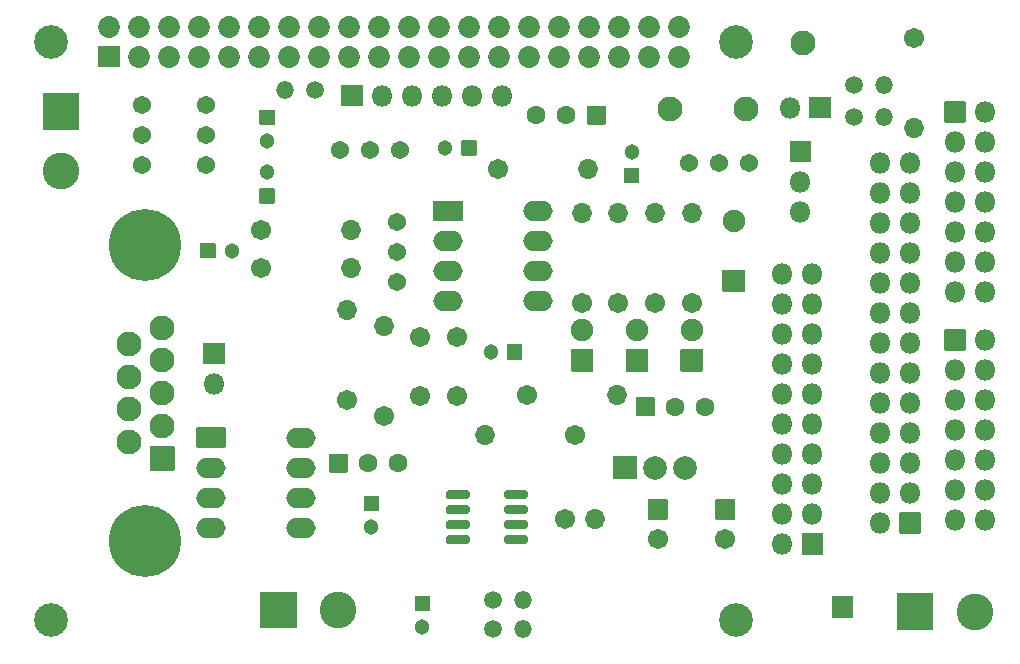
<source format=gbr>
G04 #@! TF.GenerationSoftware,KiCad,Pcbnew,(5.1.8)-1*
G04 #@! TF.CreationDate,2021-03-27T14:23:26+01:00*
G04 #@! TF.ProjectId,interface_MTM800E_V4,696e7465-7266-4616-9365-5f4d544d3830,V2*
G04 #@! TF.SameCoordinates,Original*
G04 #@! TF.FileFunction,Soldermask,Bot*
G04 #@! TF.FilePolarity,Negative*
%FSLAX46Y46*%
G04 Gerber Fmt 4.6, Leading zero omitted, Abs format (unit mm)*
G04 Created by KiCad (PCBNEW (5.1.8)-1) date 2021-03-27 14:23:26*
%MOMM*%
%LPD*%
G01*
G04 APERTURE LIST*
%ADD10O,1.802000X1.802000*%
%ADD11C,2.102000*%
%ADD12O,1.502000X1.502000*%
%ADD13C,1.502000*%
%ADD14C,1.302000*%
%ADD15O,1.702000X1.702000*%
%ADD16C,1.702000*%
%ADD17C,2.852000*%
%ADD18C,1.852000*%
%ADD19O,1.902000X1.902000*%
%ADD20C,6.102000*%
%ADD21C,1.602000*%
%ADD22C,1.542000*%
%ADD23O,2.502000X1.702000*%
%ADD24C,3.102000*%
%ADD25C,2.012000*%
%ADD26C,1.902000*%
G04 APERTURE END LIST*
D10*
X128778000Y-91948000D03*
X126238000Y-91948000D03*
X128778000Y-89408000D03*
X126238000Y-89408000D03*
X128778000Y-86868000D03*
X126238000Y-86868000D03*
X128778000Y-84328000D03*
X126238000Y-84328000D03*
X128778000Y-81788000D03*
X126238000Y-81788000D03*
X128778000Y-79248000D03*
X126238000Y-79248000D03*
X128778000Y-76708000D03*
G36*
G01*
X125337000Y-77558000D02*
X125337000Y-75858000D01*
G75*
G02*
X125388000Y-75807000I51000J0D01*
G01*
X127088000Y-75807000D01*
G75*
G02*
X127139000Y-75858000I0J-51000D01*
G01*
X127139000Y-77558000D01*
G75*
G02*
X127088000Y-77609000I-51000J0D01*
G01*
X125388000Y-77609000D01*
G75*
G02*
X125337000Y-77558000I0J51000D01*
G01*
G37*
X128778000Y-72644000D03*
X126238000Y-72644000D03*
X128778000Y-70104000D03*
X126238000Y-70104000D03*
X128778000Y-67564000D03*
X126238000Y-67564000D03*
X128778000Y-65024000D03*
X126238000Y-65024000D03*
X128778000Y-62484000D03*
X126238000Y-62484000D03*
X128778000Y-59944000D03*
X126238000Y-59944000D03*
X128778000Y-57404000D03*
G36*
G01*
X125337000Y-58254000D02*
X125337000Y-56554000D01*
G75*
G02*
X125388000Y-56503000I51000J0D01*
G01*
X127088000Y-56503000D01*
G75*
G02*
X127139000Y-56554000I0J-51000D01*
G01*
X127139000Y-58254000D01*
G75*
G02*
X127088000Y-58305000I-51000J0D01*
G01*
X125388000Y-58305000D01*
G75*
G02*
X125337000Y-58254000I0J51000D01*
G01*
G37*
G36*
G01*
X115812000Y-100164000D02*
X115812000Y-98464000D01*
G75*
G02*
X115863000Y-98413000I51000J0D01*
G01*
X117563000Y-98413000D01*
G75*
G02*
X117614000Y-98464000I0J-51000D01*
G01*
X117614000Y-100164000D01*
G75*
G02*
X117563000Y-100215000I-51000J0D01*
G01*
X115863000Y-100215000D01*
G75*
G02*
X115812000Y-100164000I0J51000D01*
G01*
G37*
D11*
X108585000Y-57124600D03*
D12*
X69532500Y-55562500D03*
D13*
X72072500Y-55562500D03*
D14*
X68008500Y-62516000D03*
G36*
G01*
X68608501Y-65167000D02*
X67408499Y-65167000D01*
G75*
G02*
X67357500Y-65116001I0J50999D01*
G01*
X67357500Y-63915999D01*
G75*
G02*
X67408499Y-63865000I50999J0D01*
G01*
X68608501Y-63865000D01*
G75*
G02*
X68659500Y-63915999I0J-50999D01*
G01*
X68659500Y-65116001D01*
G75*
G02*
X68608501Y-65167000I-50999J0D01*
G01*
G37*
X68008500Y-59848500D03*
G36*
G01*
X67408499Y-57197500D02*
X68608501Y-57197500D01*
G75*
G02*
X68659500Y-57248499I0J-50999D01*
G01*
X68659500Y-58448501D01*
G75*
G02*
X68608501Y-58499500I-50999J0D01*
G01*
X67408499Y-58499500D01*
G75*
G02*
X67357500Y-58448501I0J50999D01*
G01*
X67357500Y-57248499D01*
G75*
G02*
X67408499Y-57197500I50999J0D01*
G01*
G37*
D15*
X122809000Y-58737500D03*
D16*
X122809000Y-51117500D03*
D11*
X113411000Y-51562000D03*
D15*
X77914500Y-75501500D03*
D16*
X77914500Y-83121500D03*
D15*
X74739500Y-74168000D03*
D16*
X74739500Y-81788000D03*
D17*
X107740000Y-100435000D03*
X49740000Y-100435000D03*
X107740000Y-51435000D03*
X49740000Y-51435000D03*
D18*
X102870000Y-52705000D03*
X102870000Y-50165000D03*
X100330000Y-52705000D03*
X100330000Y-50165000D03*
X97790000Y-52705000D03*
X97790000Y-50165000D03*
X95250000Y-52705000D03*
X95250000Y-50165000D03*
X92710000Y-52705000D03*
X92710000Y-50165000D03*
X85090000Y-50165000D03*
X85090000Y-52705000D03*
X80010000Y-50165000D03*
X80010000Y-52705000D03*
X77470000Y-50165000D03*
X77470000Y-52705000D03*
X74930000Y-50165000D03*
X74930000Y-52705000D03*
X72390000Y-50165000D03*
X72390000Y-52705000D03*
X69850000Y-50165000D03*
X69850000Y-52705000D03*
X67310000Y-50165000D03*
X67310000Y-52705000D03*
X64770000Y-50165000D03*
X64770000Y-52705000D03*
X62230000Y-50165000D03*
X62230000Y-52705000D03*
X59690000Y-50165000D03*
X59690000Y-52705000D03*
X57150000Y-50165000D03*
X57150000Y-52705000D03*
X54610000Y-50165000D03*
G36*
G01*
X53684000Y-53580000D02*
X53684000Y-51830000D01*
G75*
G02*
X53735000Y-51779000I51000J0D01*
G01*
X55485000Y-51779000D01*
G75*
G02*
X55536000Y-51830000I0J-51000D01*
G01*
X55536000Y-53580000D01*
G75*
G02*
X55485000Y-53631000I-51000J0D01*
G01*
X53735000Y-53631000D01*
G75*
G02*
X53684000Y-53580000I0J51000D01*
G01*
G37*
X82550000Y-52705000D03*
X82550000Y-50165000D03*
X90170000Y-50165000D03*
X90170000Y-52705000D03*
X87630000Y-50165000D03*
X87630000Y-52705000D03*
D14*
X64992000Y-69151500D03*
G36*
G01*
X62341000Y-69751501D02*
X62341000Y-68551499D01*
G75*
G02*
X62391999Y-68500500I50999J0D01*
G01*
X63592001Y-68500500D01*
G75*
G02*
X63643000Y-68551499I0J-50999D01*
G01*
X63643000Y-69751501D01*
G75*
G02*
X63592001Y-69802500I-50999J0D01*
G01*
X62391999Y-69802500D01*
G75*
G02*
X62341000Y-69751501I0J50999D01*
G01*
G37*
D15*
X100838000Y-65913000D03*
D16*
X100838000Y-73533000D03*
D12*
X89662000Y-101155500D03*
D13*
X87122000Y-101155500D03*
D12*
X89662000Y-98742500D03*
D13*
X87122000Y-98742500D03*
D12*
X120269000Y-57785000D03*
D13*
X117729000Y-57785000D03*
D12*
X120269000Y-55118000D03*
D13*
X117729000Y-55118000D03*
D19*
X107505500Y-66611500D03*
G36*
G01*
X108405500Y-72642500D02*
X106605500Y-72642500D01*
G75*
G02*
X106554500Y-72591500I0J51000D01*
G01*
X106554500Y-70791500D01*
G75*
G02*
X106605500Y-70740500I51000J0D01*
G01*
X108405500Y-70740500D01*
G75*
G02*
X108456500Y-70791500I0J-51000D01*
G01*
X108456500Y-72591500D01*
G75*
G02*
X108405500Y-72642500I-51000J0D01*
G01*
G37*
D10*
X63500000Y-80391000D03*
G36*
G01*
X62599000Y-78701000D02*
X62599000Y-77001000D01*
G75*
G02*
X62650000Y-76950000I51000J0D01*
G01*
X64350000Y-76950000D01*
G75*
G02*
X64401000Y-77001000I0J-51000D01*
G01*
X64401000Y-78701000D01*
G75*
G02*
X64350000Y-78752000I-51000J0D01*
G01*
X62650000Y-78752000D01*
G75*
G02*
X62599000Y-78701000I0J51000D01*
G01*
G37*
X113157000Y-65849500D03*
X113157000Y-63309500D03*
G36*
G01*
X112256000Y-61619500D02*
X112256000Y-59919500D01*
G75*
G02*
X112307000Y-59868500I51000J0D01*
G01*
X114007000Y-59868500D01*
G75*
G02*
X114058000Y-59919500I0J-51000D01*
G01*
X114058000Y-61619500D01*
G75*
G02*
X114007000Y-61670500I-51000J0D01*
G01*
X112307000Y-61670500D01*
G75*
G02*
X112256000Y-61619500I0J51000D01*
G01*
G37*
X112268000Y-57023000D03*
G36*
G01*
X113958000Y-56122000D02*
X115658000Y-56122000D01*
G75*
G02*
X115709000Y-56173000I0J-51000D01*
G01*
X115709000Y-57873000D01*
G75*
G02*
X115658000Y-57924000I-51000J0D01*
G01*
X113958000Y-57924000D01*
G75*
G02*
X113907000Y-57873000I0J51000D01*
G01*
X113907000Y-56173000D01*
G75*
G02*
X113958000Y-56122000I51000J0D01*
G01*
G37*
D20*
X57698500Y-93701000D03*
X57698500Y-68701000D03*
D11*
X56278500Y-77046000D03*
X56278500Y-79816000D03*
X56278500Y-82586000D03*
X56278500Y-85356000D03*
X59118500Y-75661000D03*
X59118500Y-78431000D03*
X59118500Y-81201000D03*
X59118500Y-83971000D03*
G36*
G01*
X58118500Y-85690000D02*
X60118500Y-85690000D01*
G75*
G02*
X60169500Y-85741000I0J-51000D01*
G01*
X60169500Y-87741000D01*
G75*
G02*
X60118500Y-87792000I-51000J0D01*
G01*
X58118500Y-87792000D01*
G75*
G02*
X58067500Y-87741000I0J51000D01*
G01*
X58067500Y-85741000D01*
G75*
G02*
X58118500Y-85690000I51000J0D01*
G01*
G37*
G36*
G01*
X85165000Y-89613500D02*
X85165000Y-89964500D01*
G75*
G02*
X84989500Y-90140000I-175500J0D01*
G01*
X83288500Y-90140000D01*
G75*
G02*
X83113000Y-89964500I0J175500D01*
G01*
X83113000Y-89613500D01*
G75*
G02*
X83288500Y-89438000I175500J0D01*
G01*
X84989500Y-89438000D01*
G75*
G02*
X85165000Y-89613500I0J-175500D01*
G01*
G37*
G36*
G01*
X85165000Y-90883500D02*
X85165000Y-91234500D01*
G75*
G02*
X84989500Y-91410000I-175500J0D01*
G01*
X83288500Y-91410000D01*
G75*
G02*
X83113000Y-91234500I0J175500D01*
G01*
X83113000Y-90883500D01*
G75*
G02*
X83288500Y-90708000I175500J0D01*
G01*
X84989500Y-90708000D01*
G75*
G02*
X85165000Y-90883500I0J-175500D01*
G01*
G37*
G36*
G01*
X85165000Y-92153500D02*
X85165000Y-92504500D01*
G75*
G02*
X84989500Y-92680000I-175500J0D01*
G01*
X83288500Y-92680000D01*
G75*
G02*
X83113000Y-92504500I0J175500D01*
G01*
X83113000Y-92153500D01*
G75*
G02*
X83288500Y-91978000I175500J0D01*
G01*
X84989500Y-91978000D01*
G75*
G02*
X85165000Y-92153500I0J-175500D01*
G01*
G37*
G36*
G01*
X85165000Y-93423500D02*
X85165000Y-93774500D01*
G75*
G02*
X84989500Y-93950000I-175500J0D01*
G01*
X83288500Y-93950000D01*
G75*
G02*
X83113000Y-93774500I0J175500D01*
G01*
X83113000Y-93423500D01*
G75*
G02*
X83288500Y-93248000I175500J0D01*
G01*
X84989500Y-93248000D01*
G75*
G02*
X85165000Y-93423500I0J-175500D01*
G01*
G37*
G36*
G01*
X90115000Y-93423500D02*
X90115000Y-93774500D01*
G75*
G02*
X89939500Y-93950000I-175500J0D01*
G01*
X88238500Y-93950000D01*
G75*
G02*
X88063000Y-93774500I0J175500D01*
G01*
X88063000Y-93423500D01*
G75*
G02*
X88238500Y-93248000I175500J0D01*
G01*
X89939500Y-93248000D01*
G75*
G02*
X90115000Y-93423500I0J-175500D01*
G01*
G37*
G36*
G01*
X90115000Y-92153500D02*
X90115000Y-92504500D01*
G75*
G02*
X89939500Y-92680000I-175500J0D01*
G01*
X88238500Y-92680000D01*
G75*
G02*
X88063000Y-92504500I0J175500D01*
G01*
X88063000Y-92153500D01*
G75*
G02*
X88238500Y-91978000I175500J0D01*
G01*
X89939500Y-91978000D01*
G75*
G02*
X90115000Y-92153500I0J-175500D01*
G01*
G37*
G36*
G01*
X90115000Y-90883500D02*
X90115000Y-91234500D01*
G75*
G02*
X89939500Y-91410000I-175500J0D01*
G01*
X88238500Y-91410000D01*
G75*
G02*
X88063000Y-91234500I0J175500D01*
G01*
X88063000Y-90883500D01*
G75*
G02*
X88238500Y-90708000I175500J0D01*
G01*
X89939500Y-90708000D01*
G75*
G02*
X90115000Y-90883500I0J-175500D01*
G01*
G37*
G36*
G01*
X90115000Y-89613500D02*
X90115000Y-89964500D01*
G75*
G02*
X89939500Y-90140000I-175500J0D01*
G01*
X88238500Y-90140000D01*
G75*
G02*
X88063000Y-89964500I0J175500D01*
G01*
X88063000Y-89613500D01*
G75*
G02*
X88238500Y-89438000I175500J0D01*
G01*
X89939500Y-89438000D01*
G75*
G02*
X90115000Y-89613500I0J-175500D01*
G01*
G37*
G36*
G01*
X74791000Y-87923000D02*
X73291000Y-87923000D01*
G75*
G02*
X73240000Y-87872000I0J51000D01*
G01*
X73240000Y-86372000D01*
G75*
G02*
X73291000Y-86321000I51000J0D01*
G01*
X74791000Y-86321000D01*
G75*
G02*
X74842000Y-86372000I0J-51000D01*
G01*
X74842000Y-87872000D01*
G75*
G02*
X74791000Y-87923000I-51000J0D01*
G01*
G37*
D21*
X79121000Y-87122000D03*
X76581000Y-87122000D03*
D22*
X57404000Y-56832500D03*
X57404000Y-59372500D03*
X57404000Y-61912500D03*
X62865000Y-56832500D03*
X62865000Y-59372500D03*
X62865000Y-61912500D03*
D23*
X70866000Y-84963000D03*
X63246000Y-92583000D03*
X70866000Y-87503000D03*
X63246000Y-90043000D03*
X70866000Y-90043000D03*
X63246000Y-87503000D03*
X70866000Y-92583000D03*
G36*
G01*
X61995000Y-85763000D02*
X61995000Y-84163000D01*
G75*
G02*
X62046000Y-84112000I51000J0D01*
G01*
X64446000Y-84112000D01*
G75*
G02*
X64497000Y-84163000I0J-51000D01*
G01*
X64497000Y-85763000D01*
G75*
G02*
X64446000Y-85814000I-51000J0D01*
G01*
X62046000Y-85814000D01*
G75*
G02*
X61995000Y-85763000I0J51000D01*
G01*
G37*
D15*
X75120500Y-70612000D03*
D16*
X67500500Y-70612000D03*
D15*
X75120500Y-67373500D03*
D16*
X67500500Y-67373500D03*
D24*
X74041000Y-99568000D03*
G36*
G01*
X67410000Y-101068000D02*
X67410000Y-98068000D01*
G75*
G02*
X67461000Y-98017000I51000J0D01*
G01*
X70461000Y-98017000D01*
G75*
G02*
X70512000Y-98068000I0J-51000D01*
G01*
X70512000Y-101068000D01*
G75*
G02*
X70461000Y-101119000I-51000J0D01*
G01*
X67461000Y-101119000D01*
G75*
G02*
X67410000Y-101068000I0J51000D01*
G01*
G37*
D14*
X76835000Y-92551000D03*
G36*
G01*
X76234999Y-89900000D02*
X77435001Y-89900000D01*
G75*
G02*
X77486000Y-89950999I0J-50999D01*
G01*
X77486000Y-91151001D01*
G75*
G02*
X77435001Y-91202000I-50999J0D01*
G01*
X76234999Y-91202000D01*
G75*
G02*
X76184000Y-91151001I0J50999D01*
G01*
X76184000Y-89950999D01*
G75*
G02*
X76234999Y-89900000I50999J0D01*
G01*
G37*
X86963500Y-77724000D03*
G36*
G01*
X89614500Y-77123999D02*
X89614500Y-78324001D01*
G75*
G02*
X89563501Y-78375000I-50999J0D01*
G01*
X88363499Y-78375000D01*
G75*
G02*
X88312500Y-78324001I0J50999D01*
G01*
X88312500Y-77123999D01*
G75*
G02*
X88363499Y-77073000I50999J0D01*
G01*
X89563501Y-77073000D01*
G75*
G02*
X89614500Y-77123999I0J-50999D01*
G01*
G37*
X81153000Y-100996500D03*
G36*
G01*
X80552999Y-98345500D02*
X81753001Y-98345500D01*
G75*
G02*
X81804000Y-98396499I0J-50999D01*
G01*
X81804000Y-99596501D01*
G75*
G02*
X81753001Y-99647500I-50999J0D01*
G01*
X80552999Y-99647500D01*
G75*
G02*
X80502000Y-99596501I0J50999D01*
G01*
X80502000Y-98396499D01*
G75*
G02*
X80552999Y-98345500I50999J0D01*
G01*
G37*
D16*
X80962500Y-76470500D03*
X80962500Y-81470500D03*
X84074000Y-76470500D03*
X84074000Y-81470500D03*
D24*
X50546000Y-62420500D03*
G36*
G01*
X49046000Y-55789500D02*
X52046000Y-55789500D01*
G75*
G02*
X52097000Y-55840500I0J-51000D01*
G01*
X52097000Y-58840500D01*
G75*
G02*
X52046000Y-58891500I-51000J0D01*
G01*
X49046000Y-58891500D01*
G75*
G02*
X48995000Y-58840500I0J51000D01*
G01*
X48995000Y-55840500D01*
G75*
G02*
X49046000Y-55789500I51000J0D01*
G01*
G37*
D15*
X97663000Y-81343500D03*
D16*
X90043000Y-81343500D03*
D15*
X95758000Y-91821000D03*
D16*
X93218000Y-91821000D03*
D24*
X127952500Y-99695000D03*
G36*
G01*
X121321500Y-101195000D02*
X121321500Y-98195000D01*
G75*
G02*
X121372500Y-98144000I51000J0D01*
G01*
X124372500Y-98144000D01*
G75*
G02*
X124423500Y-98195000I0J-51000D01*
G01*
X124423500Y-101195000D01*
G75*
G02*
X124372500Y-101246000I-51000J0D01*
G01*
X121372500Y-101246000D01*
G75*
G02*
X121321500Y-101195000I0J51000D01*
G01*
G37*
D10*
X119888000Y-61722000D03*
X122428000Y-61722000D03*
X119888000Y-64262000D03*
X122428000Y-64262000D03*
X119888000Y-66802000D03*
X122428000Y-66802000D03*
X119888000Y-69342000D03*
X122428000Y-69342000D03*
X119888000Y-71882000D03*
X122428000Y-71882000D03*
X119888000Y-74422000D03*
X122428000Y-74422000D03*
X119888000Y-76962000D03*
X122428000Y-76962000D03*
X119888000Y-79502000D03*
X122428000Y-79502000D03*
X119888000Y-82042000D03*
X122428000Y-82042000D03*
X119888000Y-84582000D03*
X122428000Y-84582000D03*
X119888000Y-87122000D03*
X122428000Y-87122000D03*
X119888000Y-89662000D03*
X122428000Y-89662000D03*
X119888000Y-92202000D03*
G36*
G01*
X123329000Y-91352000D02*
X123329000Y-93052000D01*
G75*
G02*
X123278000Y-93103000I-51000J0D01*
G01*
X121578000Y-93103000D01*
G75*
G02*
X121527000Y-93052000I0J51000D01*
G01*
X121527000Y-91352000D01*
G75*
G02*
X121578000Y-91301000I51000J0D01*
G01*
X123278000Y-91301000D01*
G75*
G02*
X123329000Y-91352000I0J-51000D01*
G01*
G37*
D14*
X83090000Y-60452000D03*
G36*
G01*
X85741000Y-59851999D02*
X85741000Y-61052001D01*
G75*
G02*
X85690001Y-61103000I-50999J0D01*
G01*
X84489999Y-61103000D01*
G75*
G02*
X84439000Y-61052001I0J50999D01*
G01*
X84439000Y-59851999D01*
G75*
G02*
X84489999Y-59801000I50999J0D01*
G01*
X85690001Y-59801000D01*
G75*
G02*
X85741000Y-59851999I0J-50999D01*
G01*
G37*
X98869500Y-60801500D03*
G36*
G01*
X99469501Y-63452500D02*
X98269499Y-63452500D01*
G75*
G02*
X98218500Y-63401501I0J50999D01*
G01*
X98218500Y-62201499D01*
G75*
G02*
X98269499Y-62150500I50999J0D01*
G01*
X99469501Y-62150500D01*
G75*
G02*
X99520500Y-62201499I0J-50999D01*
G01*
X99520500Y-63401501D01*
G75*
G02*
X99469501Y-63452500I-50999J0D01*
G01*
G37*
D15*
X103949500Y-65913000D03*
D16*
X103949500Y-73533000D03*
G36*
G01*
X100762500Y-83160500D02*
X99262500Y-83160500D01*
G75*
G02*
X99211500Y-83109500I0J51000D01*
G01*
X99211500Y-81609500D01*
G75*
G02*
X99262500Y-81558500I51000J0D01*
G01*
X100762500Y-81558500D01*
G75*
G02*
X100813500Y-81609500I0J-51000D01*
G01*
X100813500Y-83109500D01*
G75*
G02*
X100762500Y-83160500I-51000J0D01*
G01*
G37*
D21*
X105092500Y-82359500D03*
X102552500Y-82359500D03*
D11*
X102108000Y-57150000D03*
D10*
X111633000Y-71120000D03*
X114173000Y-71120000D03*
X111633000Y-73660000D03*
X114173000Y-73660000D03*
X111633000Y-76200000D03*
X114173000Y-76200000D03*
X111633000Y-78740000D03*
X114173000Y-78740000D03*
X111633000Y-81280000D03*
X114173000Y-81280000D03*
X111633000Y-83820000D03*
X114173000Y-83820000D03*
X111633000Y-86360000D03*
X114173000Y-86360000D03*
X111633000Y-88900000D03*
X114173000Y-88900000D03*
X111633000Y-91440000D03*
X114173000Y-91440000D03*
X111633000Y-93980000D03*
G36*
G01*
X115074000Y-93130000D02*
X115074000Y-94830000D01*
G75*
G02*
X115023000Y-94881000I-51000J0D01*
G01*
X113323000Y-94881000D01*
G75*
G02*
X113272000Y-94830000I0J51000D01*
G01*
X113272000Y-93130000D01*
G75*
G02*
X113323000Y-93079000I51000J0D01*
G01*
X115023000Y-93079000D01*
G75*
G02*
X115074000Y-93130000I0J-51000D01*
G01*
G37*
G36*
G01*
X97292000Y-88458000D02*
X97292000Y-86548000D01*
G75*
G02*
X97343000Y-86497000I51000J0D01*
G01*
X99253000Y-86497000D01*
G75*
G02*
X99304000Y-86548000I0J-51000D01*
G01*
X99304000Y-88458000D01*
G75*
G02*
X99253000Y-88509000I-51000J0D01*
G01*
X97343000Y-88509000D01*
G75*
G02*
X97292000Y-88458000I0J51000D01*
G01*
G37*
D25*
X100848000Y-87503000D03*
X103398000Y-87503000D03*
D22*
X78994000Y-71818500D03*
X78994000Y-69278500D03*
X78994000Y-66738500D03*
D16*
X101092000Y-93559000D03*
G36*
G01*
X100292000Y-90208000D02*
X101892000Y-90208000D01*
G75*
G02*
X101943000Y-90259000I0J-51000D01*
G01*
X101943000Y-91859000D01*
G75*
G02*
X101892000Y-91910000I-51000J0D01*
G01*
X100292000Y-91910000D01*
G75*
G02*
X100241000Y-91859000I0J51000D01*
G01*
X100241000Y-90259000D01*
G75*
G02*
X100292000Y-90208000I51000J0D01*
G01*
G37*
X106807000Y-93559000D03*
G36*
G01*
X106007000Y-90208000D02*
X107607000Y-90208000D01*
G75*
G02*
X107658000Y-90259000I0J-51000D01*
G01*
X107658000Y-91859000D01*
G75*
G02*
X107607000Y-91910000I-51000J0D01*
G01*
X106007000Y-91910000D01*
G75*
G02*
X105956000Y-91859000I0J51000D01*
G01*
X105956000Y-90259000D01*
G75*
G02*
X106007000Y-90208000I51000J0D01*
G01*
G37*
D23*
X90932000Y-65786000D03*
X83312000Y-73406000D03*
X90932000Y-68326000D03*
X83312000Y-70866000D03*
X90932000Y-70866000D03*
X83312000Y-68326000D03*
X90932000Y-73406000D03*
G36*
G01*
X82061000Y-66586000D02*
X82061000Y-64986000D01*
G75*
G02*
X82112000Y-64935000I51000J0D01*
G01*
X84512000Y-64935000D01*
G75*
G02*
X84563000Y-64986000I0J-51000D01*
G01*
X84563000Y-66586000D01*
G75*
G02*
X84512000Y-66637000I-51000J0D01*
G01*
X82112000Y-66637000D01*
G75*
G02*
X82061000Y-66586000I0J51000D01*
G01*
G37*
D15*
X97726500Y-65913000D03*
D16*
X97726500Y-73533000D03*
D26*
X103949500Y-75882500D03*
G36*
G01*
X104849500Y-79373500D02*
X103049500Y-79373500D01*
G75*
G02*
X102998500Y-79322500I0J51000D01*
G01*
X102998500Y-77522500D01*
G75*
G02*
X103049500Y-77471500I51000J0D01*
G01*
X104849500Y-77471500D01*
G75*
G02*
X104900500Y-77522500I0J-51000D01*
G01*
X104900500Y-79322500D01*
G75*
G02*
X104849500Y-79373500I-51000J0D01*
G01*
G37*
X99314000Y-75882500D03*
G36*
G01*
X100214000Y-79373500D02*
X98414000Y-79373500D01*
G75*
G02*
X98363000Y-79322500I0J51000D01*
G01*
X98363000Y-77522500D01*
G75*
G02*
X98414000Y-77471500I51000J0D01*
G01*
X100214000Y-77471500D01*
G75*
G02*
X100265000Y-77522500I0J-51000D01*
G01*
X100265000Y-79322500D01*
G75*
G02*
X100214000Y-79373500I-51000J0D01*
G01*
G37*
D22*
X79248000Y-60579000D03*
X76708000Y-60579000D03*
X74168000Y-60579000D03*
X108775500Y-61722000D03*
X106235500Y-61722000D03*
X103695500Y-61722000D03*
D15*
X95186500Y-62230000D03*
D16*
X87566500Y-62230000D03*
D15*
X94678500Y-65913000D03*
D16*
X94678500Y-73533000D03*
D15*
X86487000Y-84709000D03*
D16*
X94107000Y-84709000D03*
G36*
G01*
X95135000Y-56857000D02*
X96635000Y-56857000D01*
G75*
G02*
X96686000Y-56908000I0J-51000D01*
G01*
X96686000Y-58408000D01*
G75*
G02*
X96635000Y-58459000I-51000J0D01*
G01*
X95135000Y-58459000D01*
G75*
G02*
X95084000Y-58408000I0J51000D01*
G01*
X95084000Y-56908000D01*
G75*
G02*
X95135000Y-56857000I51000J0D01*
G01*
G37*
D21*
X90805000Y-57658000D03*
X93345000Y-57658000D03*
D10*
X87884000Y-56007000D03*
X85344000Y-56007000D03*
X82804000Y-56007000D03*
X80264000Y-56007000D03*
X77724000Y-56007000D03*
G36*
G01*
X76034000Y-56908000D02*
X74334000Y-56908000D01*
G75*
G02*
X74283000Y-56857000I0J51000D01*
G01*
X74283000Y-55157000D01*
G75*
G02*
X74334000Y-55106000I51000J0D01*
G01*
X76034000Y-55106000D01*
G75*
G02*
X76085000Y-55157000I0J-51000D01*
G01*
X76085000Y-56857000D01*
G75*
G02*
X76034000Y-56908000I-51000J0D01*
G01*
G37*
D26*
X94678500Y-75882500D03*
G36*
G01*
X95578500Y-79373500D02*
X93778500Y-79373500D01*
G75*
G02*
X93727500Y-79322500I0J51000D01*
G01*
X93727500Y-77522500D01*
G75*
G02*
X93778500Y-77471500I51000J0D01*
G01*
X95578500Y-77471500D01*
G75*
G02*
X95629500Y-77522500I0J-51000D01*
G01*
X95629500Y-79322500D01*
G75*
G02*
X95578500Y-79373500I-51000J0D01*
G01*
G37*
M02*

</source>
